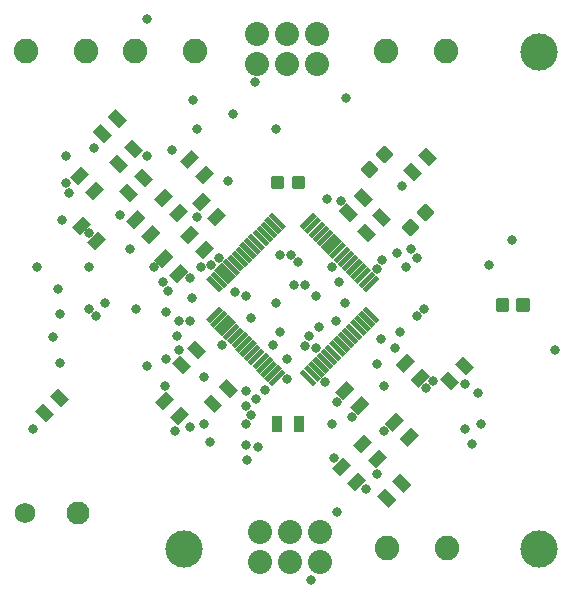
<source format=gbr>
G04 EAGLE Gerber RS-274X export*
G75*
%MOMM*%
%FSLAX34Y34*%
%LPD*%
%INSoldermask Top*%
%IPPOS*%
%AMOC8*
5,1,8,0,0,1.08239X$1,22.5*%
G01*
%ADD10C,3.152400*%
%ADD11R,0.952400X1.352400*%
%ADD12C,0.449434*%
%ADD13R,0.431800X1.625600*%
%ADD14C,2.082800*%
%ADD15C,2.032000*%
%ADD16C,1.752400*%
%ADD17C,1.952400*%
%ADD18C,0.838200*%


D10*
X460000Y450000D03*
X460000Y30000D03*
X160000Y30000D03*
D11*
G36*
X120784Y329922D02*
X114050Y323188D01*
X104488Y332750D01*
X111222Y339484D01*
X120784Y329922D01*
G37*
G36*
X133512Y342650D02*
X126778Y335916D01*
X117216Y345478D01*
X123950Y352212D01*
X133512Y342650D01*
G37*
G36*
X165684Y184522D02*
X158950Y177788D01*
X149388Y187350D01*
X156122Y194084D01*
X165684Y184522D01*
G37*
G36*
X178412Y197250D02*
X171678Y190516D01*
X162116Y200078D01*
X168850Y206812D01*
X178412Y197250D01*
G37*
G36*
X188478Y319384D02*
X195212Y312650D01*
X185650Y303088D01*
X178916Y309822D01*
X188478Y319384D01*
G37*
G36*
X175750Y332112D02*
X182484Y325378D01*
X172922Y315816D01*
X166188Y322550D01*
X175750Y332112D01*
G37*
G36*
X178478Y291284D02*
X185212Y284550D01*
X175650Y274988D01*
X168916Y281722D01*
X178478Y291284D01*
G37*
G36*
X165750Y304012D02*
X172484Y297278D01*
X162922Y287716D01*
X156188Y294450D01*
X165750Y304012D01*
G37*
G36*
X156378Y322484D02*
X163112Y315750D01*
X153550Y306188D01*
X146816Y312922D01*
X156378Y322484D01*
G37*
G36*
X143650Y335212D02*
X150384Y328478D01*
X140822Y318916D01*
X134088Y325650D01*
X143650Y335212D01*
G37*
G36*
X162922Y351516D02*
X156188Y358250D01*
X165750Y367812D01*
X172484Y361078D01*
X162922Y351516D01*
G37*
G36*
X175650Y338788D02*
X168916Y345522D01*
X178478Y355084D01*
X185212Y348350D01*
X175650Y338788D01*
G37*
G36*
X306584Y312922D02*
X299850Y306188D01*
X290288Y315750D01*
X297022Y322484D01*
X306584Y312922D01*
G37*
G36*
X319312Y325650D02*
X312578Y318916D01*
X303016Y328478D01*
X309750Y335212D01*
X319312Y325650D01*
G37*
G36*
X291522Y91116D02*
X284788Y97850D01*
X294350Y107412D01*
X301084Y100678D01*
X291522Y91116D01*
G37*
G36*
X304250Y78388D02*
X297516Y85122D01*
X307078Y94684D01*
X313812Y87950D01*
X304250Y78388D01*
G37*
G36*
X339484Y71322D02*
X332750Y64588D01*
X323188Y74150D01*
X329922Y80884D01*
X339484Y71322D01*
G37*
G36*
X352212Y84050D02*
X345478Y77316D01*
X335916Y86878D01*
X342650Y93612D01*
X352212Y84050D01*
G37*
G36*
X324978Y114084D02*
X331712Y107350D01*
X322150Y97788D01*
X315416Y104522D01*
X324978Y114084D01*
G37*
G36*
X312250Y126812D02*
X318984Y120078D01*
X309422Y110516D01*
X302688Y117250D01*
X312250Y126812D01*
G37*
G36*
X117522Y300516D02*
X110788Y307250D01*
X120350Y316812D01*
X127084Y310078D01*
X117522Y300516D01*
G37*
G36*
X130250Y287788D02*
X123516Y294522D01*
X133078Y304084D01*
X139812Y297350D01*
X130250Y287788D01*
G37*
G36*
X98384Y379922D02*
X91650Y373188D01*
X82088Y382750D01*
X88822Y389484D01*
X98384Y379922D01*
G37*
G36*
X111112Y392650D02*
X104378Y385916D01*
X94816Y395478D01*
X101550Y402212D01*
X111112Y392650D01*
G37*
G36*
X49484Y143722D02*
X42750Y136988D01*
X33188Y146550D01*
X39922Y153284D01*
X49484Y143722D01*
G37*
G36*
X62212Y156450D02*
X55478Y149716D01*
X45916Y159278D01*
X52650Y166012D01*
X62212Y156450D01*
G37*
G36*
X69922Y337816D02*
X63188Y344550D01*
X72750Y354112D01*
X79484Y347378D01*
X69922Y337816D01*
G37*
G36*
X82650Y325088D02*
X75916Y331822D01*
X85478Y341384D01*
X92212Y334650D01*
X82650Y325088D01*
G37*
G36*
X310078Y159484D02*
X316812Y152750D01*
X307250Y143188D01*
X300516Y149922D01*
X310078Y159484D01*
G37*
G36*
X297350Y172212D02*
X304084Y165478D01*
X294522Y155916D01*
X287788Y162650D01*
X297350Y172212D01*
G37*
X238700Y135800D03*
X256700Y135800D03*
G36*
X141222Y267516D02*
X134488Y274250D01*
X144050Y283812D01*
X150784Y277078D01*
X141222Y267516D01*
G37*
G36*
X153950Y254788D02*
X147216Y261522D01*
X156778Y271084D01*
X163512Y264350D01*
X153950Y254788D01*
G37*
D12*
X252655Y336985D02*
X252655Y344015D01*
X259685Y344015D01*
X259685Y336985D01*
X252655Y336985D01*
X252655Y341254D02*
X259685Y341254D01*
X235115Y344015D02*
X235115Y336985D01*
X235115Y344015D02*
X242145Y344015D01*
X242145Y336985D01*
X235115Y336985D01*
X235115Y341254D02*
X242145Y341254D01*
X316399Y356369D02*
X321369Y351399D01*
X316399Y346429D01*
X311429Y351399D01*
X316399Y356369D01*
X320668Y350698D02*
X312130Y350698D01*
X314997Y354967D02*
X317801Y354967D01*
X328801Y368771D02*
X333771Y363801D01*
X328801Y358831D01*
X323831Y363801D01*
X328801Y368771D01*
X333070Y363100D02*
X324532Y363100D01*
X327399Y367369D02*
X330203Y367369D01*
X358631Y314801D02*
X363601Y309831D01*
X358631Y314801D02*
X363601Y319771D01*
X368571Y314801D01*
X363601Y309831D01*
X367870Y314100D02*
X359332Y314100D01*
X362199Y318369D02*
X365003Y318369D01*
X346229Y302399D02*
X351199Y297429D01*
X346229Y302399D02*
X351199Y307369D01*
X356169Y302399D01*
X351199Y297429D01*
X355468Y301698D02*
X346930Y301698D01*
X349797Y305967D02*
X352601Y305967D01*
X442655Y240215D02*
X442655Y233185D01*
X442655Y240215D02*
X449685Y240215D01*
X449685Y233185D01*
X442655Y233185D01*
X442655Y237454D02*
X449685Y237454D01*
X425115Y240215D02*
X425115Y233185D01*
X425115Y240215D02*
X432145Y240215D01*
X432145Y233185D01*
X425115Y233185D01*
X425115Y237454D02*
X432145Y237454D01*
D11*
G36*
X157078Y150884D02*
X163812Y144150D01*
X154250Y134588D01*
X147516Y141322D01*
X157078Y150884D01*
G37*
G36*
X144350Y163612D02*
X151084Y156878D01*
X141522Y147316D01*
X134788Y154050D01*
X144350Y163612D01*
G37*
G36*
X87078Y298984D02*
X93812Y292250D01*
X84250Y282688D01*
X77516Y289422D01*
X87078Y298984D01*
G37*
G36*
X74350Y311712D02*
X81084Y304978D01*
X71522Y295416D01*
X64788Y302150D01*
X74350Y311712D01*
G37*
G36*
X357516Y363078D02*
X364250Y369812D01*
X373812Y360250D01*
X367078Y353516D01*
X357516Y363078D01*
G37*
G36*
X344788Y350350D02*
X351522Y357084D01*
X361084Y347522D01*
X354350Y340788D01*
X344788Y350350D01*
G37*
G36*
X361178Y182484D02*
X367912Y175750D01*
X358350Y166188D01*
X351616Y172922D01*
X361178Y182484D01*
G37*
G36*
X348450Y195212D02*
X355184Y188478D01*
X345622Y178916D01*
X338888Y185650D01*
X348450Y195212D01*
G37*
G36*
X392484Y170722D02*
X385750Y163988D01*
X376188Y173550D01*
X382922Y180284D01*
X392484Y170722D01*
G37*
G36*
X405212Y183450D02*
X398478Y176716D01*
X388916Y186278D01*
X395650Y193012D01*
X405212Y183450D01*
G37*
G36*
X192184Y151522D02*
X185450Y144788D01*
X175888Y154350D01*
X182622Y161084D01*
X192184Y151522D01*
G37*
G36*
X204912Y164250D02*
X198178Y157516D01*
X188616Y167078D01*
X195350Y173812D01*
X204912Y164250D01*
G37*
G36*
X108916Y370078D02*
X115650Y376812D01*
X125212Y367250D01*
X118478Y360516D01*
X108916Y370078D01*
G37*
G36*
X96188Y357350D02*
X102922Y364084D01*
X112484Y354522D01*
X105750Y347788D01*
X96188Y357350D01*
G37*
G36*
X322484Y296422D02*
X315750Y289688D01*
X306188Y299250D01*
X312922Y305984D01*
X322484Y296422D01*
G37*
G36*
X335212Y309150D02*
X328478Y302416D01*
X318916Y311978D01*
X325650Y318712D01*
X335212Y309150D01*
G37*
G36*
X351678Y132484D02*
X358412Y125750D01*
X348850Y116188D01*
X342116Y122922D01*
X351678Y132484D01*
G37*
G36*
X338950Y145212D02*
X345684Y138478D01*
X336122Y128916D01*
X329388Y135650D01*
X338950Y145212D01*
G37*
D13*
G36*
X181206Y220615D02*
X178152Y223669D01*
X189646Y235163D01*
X192700Y232109D01*
X181206Y220615D01*
G37*
G36*
X184798Y217023D02*
X181744Y220077D01*
X193238Y231571D01*
X196292Y228517D01*
X184798Y217023D01*
G37*
G36*
X188390Y213431D02*
X185336Y216485D01*
X196830Y227979D01*
X199884Y224925D01*
X188390Y213431D01*
G37*
G36*
X191802Y210018D02*
X188748Y213072D01*
X200242Y224566D01*
X203296Y221512D01*
X191802Y210018D01*
G37*
G36*
X195395Y206426D02*
X192341Y209480D01*
X203835Y220974D01*
X206889Y217920D01*
X195395Y206426D01*
G37*
G36*
X198987Y202834D02*
X195933Y205888D01*
X207427Y217382D01*
X210481Y214328D01*
X198987Y202834D01*
G37*
G36*
X202399Y199421D02*
X199345Y202475D01*
X210839Y213969D01*
X213893Y210915D01*
X202399Y199421D01*
G37*
G36*
X205991Y195829D02*
X202937Y198883D01*
X214431Y210377D01*
X217485Y207323D01*
X205991Y195829D01*
G37*
G36*
X209583Y192237D02*
X206529Y195291D01*
X218023Y206785D01*
X221077Y203731D01*
X209583Y192237D01*
G37*
G36*
X213175Y188645D02*
X210121Y191699D01*
X221615Y203193D01*
X224669Y200139D01*
X213175Y188645D01*
G37*
G36*
X216588Y185233D02*
X213534Y188287D01*
X225028Y199781D01*
X228082Y196727D01*
X216588Y185233D01*
G37*
G36*
X220180Y181641D02*
X217126Y184695D01*
X228620Y196189D01*
X231674Y193135D01*
X220180Y181641D01*
G37*
G36*
X223772Y178048D02*
X220718Y181102D01*
X232212Y192596D01*
X235266Y189542D01*
X223772Y178048D01*
G37*
G36*
X227185Y174636D02*
X224131Y177690D01*
X235625Y189184D01*
X238679Y186130D01*
X227185Y174636D01*
G37*
G36*
X230777Y171044D02*
X227723Y174098D01*
X239217Y185592D01*
X242271Y182538D01*
X230777Y171044D01*
G37*
G36*
X234369Y167452D02*
X231315Y170506D01*
X242809Y182000D01*
X245863Y178946D01*
X234369Y167452D01*
G37*
G36*
X257537Y178946D02*
X260591Y182000D01*
X272085Y170506D01*
X269031Y167452D01*
X257537Y178946D01*
G37*
G36*
X261129Y182538D02*
X264183Y185592D01*
X275677Y174098D01*
X272623Y171044D01*
X261129Y182538D01*
G37*
G36*
X264721Y186130D02*
X267775Y189184D01*
X279269Y177690D01*
X276215Y174636D01*
X264721Y186130D01*
G37*
G36*
X268134Y189542D02*
X271188Y192596D01*
X282682Y181102D01*
X279628Y178048D01*
X268134Y189542D01*
G37*
G36*
X271726Y193135D02*
X274780Y196189D01*
X286274Y184695D01*
X283220Y181641D01*
X271726Y193135D01*
G37*
G36*
X275318Y196727D02*
X278372Y199781D01*
X289866Y188287D01*
X286812Y185233D01*
X275318Y196727D01*
G37*
G36*
X278731Y200139D02*
X281785Y203193D01*
X293279Y191699D01*
X290225Y188645D01*
X278731Y200139D01*
G37*
G36*
X282323Y203731D02*
X285377Y206785D01*
X296871Y195291D01*
X293817Y192237D01*
X282323Y203731D01*
G37*
G36*
X285915Y207323D02*
X288969Y210377D01*
X300463Y198883D01*
X297409Y195829D01*
X285915Y207323D01*
G37*
G36*
X289507Y210915D02*
X292561Y213969D01*
X304055Y202475D01*
X301001Y199421D01*
X289507Y210915D01*
G37*
G36*
X292919Y214328D02*
X295973Y217382D01*
X307467Y205888D01*
X304413Y202834D01*
X292919Y214328D01*
G37*
G36*
X296511Y217920D02*
X299565Y220974D01*
X311059Y209480D01*
X308005Y206426D01*
X296511Y217920D01*
G37*
G36*
X300104Y221512D02*
X303158Y224566D01*
X314652Y213072D01*
X311598Y210018D01*
X300104Y221512D01*
G37*
G36*
X303516Y224925D02*
X306570Y227979D01*
X318064Y216485D01*
X315010Y213431D01*
X303516Y224925D01*
G37*
G36*
X307108Y228517D02*
X310162Y231571D01*
X321656Y220077D01*
X318602Y217023D01*
X307108Y228517D01*
G37*
G36*
X310700Y232109D02*
X313754Y235163D01*
X325248Y223669D01*
X322194Y220615D01*
X310700Y232109D01*
G37*
G36*
X313754Y246837D02*
X310700Y249891D01*
X322194Y261385D01*
X325248Y258331D01*
X313754Y246837D01*
G37*
G36*
X310162Y250429D02*
X307108Y253483D01*
X318602Y264977D01*
X321656Y261923D01*
X310162Y250429D01*
G37*
G36*
X306570Y254021D02*
X303516Y257075D01*
X315010Y268569D01*
X318064Y265515D01*
X306570Y254021D01*
G37*
G36*
X303158Y257434D02*
X300104Y260488D01*
X311598Y271982D01*
X314652Y268928D01*
X303158Y257434D01*
G37*
G36*
X299565Y261026D02*
X296511Y264080D01*
X308005Y275574D01*
X311059Y272520D01*
X299565Y261026D01*
G37*
G36*
X295973Y264618D02*
X292919Y267672D01*
X304413Y279166D01*
X307467Y276112D01*
X295973Y264618D01*
G37*
G36*
X292561Y268031D02*
X289507Y271085D01*
X301001Y282579D01*
X304055Y279525D01*
X292561Y268031D01*
G37*
G36*
X288969Y271623D02*
X285915Y274677D01*
X297409Y286171D01*
X300463Y283117D01*
X288969Y271623D01*
G37*
G36*
X285377Y275215D02*
X282323Y278269D01*
X293817Y289763D01*
X296871Y286709D01*
X285377Y275215D01*
G37*
G36*
X281785Y278807D02*
X278731Y281861D01*
X290225Y293355D01*
X293279Y290301D01*
X281785Y278807D01*
G37*
G36*
X278372Y282219D02*
X275318Y285273D01*
X286812Y296767D01*
X289866Y293713D01*
X278372Y282219D01*
G37*
G36*
X274780Y285811D02*
X271726Y288865D01*
X283220Y300359D01*
X286274Y297305D01*
X274780Y285811D01*
G37*
G36*
X271188Y289404D02*
X268134Y292458D01*
X279628Y303952D01*
X282682Y300898D01*
X271188Y289404D01*
G37*
G36*
X267775Y292816D02*
X264721Y295870D01*
X276215Y307364D01*
X279269Y304310D01*
X267775Y292816D01*
G37*
G36*
X264183Y296408D02*
X261129Y299462D01*
X272623Y310956D01*
X275677Y307902D01*
X264183Y296408D01*
G37*
G36*
X260591Y300000D02*
X257537Y303054D01*
X269031Y314548D01*
X272085Y311494D01*
X260591Y300000D01*
G37*
G36*
X231315Y311494D02*
X234369Y314548D01*
X245863Y303054D01*
X242809Y300000D01*
X231315Y311494D01*
G37*
G36*
X227723Y307902D02*
X230777Y310956D01*
X242271Y299462D01*
X239217Y296408D01*
X227723Y307902D01*
G37*
G36*
X224131Y304310D02*
X227185Y307364D01*
X238679Y295870D01*
X235625Y292816D01*
X224131Y304310D01*
G37*
G36*
X220718Y300898D02*
X223772Y303952D01*
X235266Y292458D01*
X232212Y289404D01*
X220718Y300898D01*
G37*
G36*
X217126Y297305D02*
X220180Y300359D01*
X231674Y288865D01*
X228620Y285811D01*
X217126Y297305D01*
G37*
G36*
X213534Y293713D02*
X216588Y296767D01*
X228082Y285273D01*
X225028Y282219D01*
X213534Y293713D01*
G37*
G36*
X210121Y290301D02*
X213175Y293355D01*
X224669Y281861D01*
X221615Y278807D01*
X210121Y290301D01*
G37*
G36*
X206529Y286709D02*
X209583Y289763D01*
X221077Y278269D01*
X218023Y275215D01*
X206529Y286709D01*
G37*
G36*
X202937Y283117D02*
X205991Y286171D01*
X217485Y274677D01*
X214431Y271623D01*
X202937Y283117D01*
G37*
G36*
X199345Y279525D02*
X202399Y282579D01*
X213893Y271085D01*
X210839Y268031D01*
X199345Y279525D01*
G37*
G36*
X195933Y276112D02*
X198987Y279166D01*
X210481Y267672D01*
X207427Y264618D01*
X195933Y276112D01*
G37*
G36*
X192341Y272520D02*
X195395Y275574D01*
X206889Y264080D01*
X203835Y261026D01*
X192341Y272520D01*
G37*
G36*
X188748Y268928D02*
X191802Y271982D01*
X203296Y260488D01*
X200242Y257434D01*
X188748Y268928D01*
G37*
G36*
X185336Y265515D02*
X188390Y268569D01*
X199884Y257075D01*
X196830Y254021D01*
X185336Y265515D01*
G37*
G36*
X181744Y261923D02*
X184798Y264977D01*
X196292Y253483D01*
X193238Y250429D01*
X181744Y261923D01*
G37*
G36*
X178152Y258331D02*
X181206Y261385D01*
X192700Y249891D01*
X189646Y246837D01*
X178152Y258331D01*
G37*
D14*
X25800Y451500D03*
X76600Y451500D03*
X331500Y30200D03*
X382300Y30200D03*
X330600Y451500D03*
X381400Y451500D03*
D15*
X224200Y18800D03*
X249600Y18800D03*
X275000Y18800D03*
X275000Y44200D03*
X249600Y44200D03*
X224200Y44200D03*
X221400Y440400D03*
X246800Y440400D03*
X272200Y440400D03*
X272200Y465800D03*
X246800Y465800D03*
X221400Y465800D03*
D14*
X118200Y451500D03*
X169000Y451500D03*
D16*
X24600Y60000D03*
D17*
X69600Y60000D03*
D18*
X54864Y187452D03*
X144780Y190500D03*
X146304Y248412D03*
X188976Y275844D03*
X114300Y283464D03*
X417576Y269748D03*
X364236Y166116D03*
X370332Y172212D03*
X246888Y173736D03*
X284988Y135636D03*
X329184Y129540D03*
X411480Y135636D03*
X473964Y198120D03*
X246888Y190500D03*
X289560Y153924D03*
X397764Y169164D03*
X216408Y143256D03*
X240792Y213360D03*
X271272Y243840D03*
X280416Y326136D03*
X344424Y336804D03*
X271272Y199644D03*
X288036Y222504D03*
X339852Y280416D03*
X342900Y213360D03*
X356616Y227076D03*
X356616Y275844D03*
X352044Y283464D03*
X347472Y268224D03*
X143256Y167640D03*
X192024Y202692D03*
X222504Y115824D03*
X408432Y161544D03*
X54864Y228600D03*
X164592Y222504D03*
X220980Y156972D03*
X176784Y135636D03*
X323088Y92964D03*
X237744Y385572D03*
X170688Y385572D03*
X149352Y367284D03*
X105156Y312420D03*
X323088Y266700D03*
X362712Y233172D03*
X338328Y199644D03*
X278892Y170688D03*
X295656Y237744D03*
X289560Y60960D03*
X313944Y80772D03*
X329184Y167640D03*
X323088Y185928D03*
X53340Y249936D03*
X35052Y268224D03*
X201168Y397764D03*
X48768Y208788D03*
X62484Y330708D03*
X249936Y278892D03*
X256032Y272796D03*
X240792Y278892D03*
X284988Y268224D03*
X79248Y268224D03*
X144780Y230124D03*
X252984Y252984D03*
X128016Y362712D03*
X297180Y411480D03*
X291084Y256032D03*
X301752Y141732D03*
X327660Y274320D03*
X216408Y225552D03*
X155448Y198120D03*
X176784Y175260D03*
X228600Y164592D03*
X265176Y210312D03*
X211836Y243840D03*
X79248Y233172D03*
X92964Y237744D03*
X173736Y268224D03*
X164592Y259080D03*
X182880Y269748D03*
X166116Y242316D03*
X213360Y105156D03*
X286512Y106680D03*
X202692Y246888D03*
X153924Y210312D03*
X134112Y268224D03*
X83820Y368808D03*
X181356Y120396D03*
X211836Y150876D03*
X219456Y425196D03*
X118872Y233172D03*
X141732Y256032D03*
X170688Y310896D03*
X128016Y478536D03*
X326136Y207264D03*
X85344Y227076D03*
X128016Y184404D03*
X262128Y201168D03*
X155448Y222504D03*
X397764Y131064D03*
X211836Y117348D03*
X211836Y135636D03*
X32004Y131064D03*
X164592Y132588D03*
X211836Y163068D03*
X59436Y339852D03*
X59436Y362712D03*
X292608Y324612D03*
X79248Y297180D03*
X237744Y237744D03*
X274320Y217932D03*
X56388Y307848D03*
X152400Y129540D03*
X234696Y202692D03*
X437388Y291084D03*
X403860Y118872D03*
X267462Y3556D03*
X262128Y252984D03*
X196596Y341376D03*
X167640Y409956D03*
M02*

</source>
